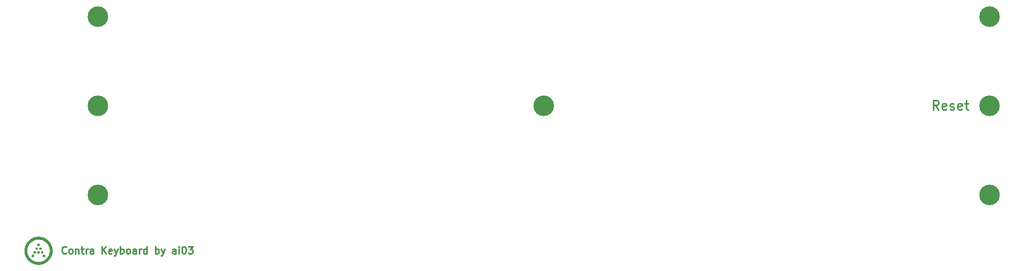
<source format=gts>
G04 #@! TF.GenerationSoftware,KiCad,Pcbnew,(5.0.0)*
G04 #@! TF.CreationDate,2018-11-27T16:52:05-08:00*
G04 #@! TF.ProjectId,ContraBottomPlate,436F6E747261426F74746F6D506C6174,rev?*
G04 #@! TF.SameCoordinates,Original*
G04 #@! TF.FileFunction,Soldermask,Top*
G04 #@! TF.FilePolarity,Negative*
%FSLAX46Y46*%
G04 Gerber Fmt 4.6, Leading zero omitted, Abs format (unit mm)*
G04 Created by KiCad (PCBNEW (5.0.0)) date 11/27/18 16:52:05*
%MOMM*%
%LPD*%
G01*
G04 APERTURE LIST*
%ADD10C,0.300000*%
%ADD11C,0.010000*%
%ADD12C,4.400000*%
G04 APERTURE END LIST*
D10*
X52051785Y-117216964D02*
X51980357Y-117288392D01*
X51766071Y-117359821D01*
X51623214Y-117359821D01*
X51408928Y-117288392D01*
X51266071Y-117145535D01*
X51194642Y-117002678D01*
X51123214Y-116716964D01*
X51123214Y-116502678D01*
X51194642Y-116216964D01*
X51266071Y-116074107D01*
X51408928Y-115931250D01*
X51623214Y-115859821D01*
X51766071Y-115859821D01*
X51980357Y-115931250D01*
X52051785Y-116002678D01*
X52908928Y-117359821D02*
X52766071Y-117288392D01*
X52694642Y-117216964D01*
X52623214Y-117074107D01*
X52623214Y-116645535D01*
X52694642Y-116502678D01*
X52766071Y-116431250D01*
X52908928Y-116359821D01*
X53123214Y-116359821D01*
X53266071Y-116431250D01*
X53337500Y-116502678D01*
X53408928Y-116645535D01*
X53408928Y-117074107D01*
X53337500Y-117216964D01*
X53266071Y-117288392D01*
X53123214Y-117359821D01*
X52908928Y-117359821D01*
X54051785Y-116359821D02*
X54051785Y-117359821D01*
X54051785Y-116502678D02*
X54123214Y-116431250D01*
X54266071Y-116359821D01*
X54480357Y-116359821D01*
X54623214Y-116431250D01*
X54694642Y-116574107D01*
X54694642Y-117359821D01*
X55194642Y-116359821D02*
X55766071Y-116359821D01*
X55408928Y-115859821D02*
X55408928Y-117145535D01*
X55480357Y-117288392D01*
X55623214Y-117359821D01*
X55766071Y-117359821D01*
X56266071Y-117359821D02*
X56266071Y-116359821D01*
X56266071Y-116645535D02*
X56337500Y-116502678D01*
X56408928Y-116431250D01*
X56551785Y-116359821D01*
X56694642Y-116359821D01*
X57837500Y-117359821D02*
X57837500Y-116574107D01*
X57766071Y-116431250D01*
X57623214Y-116359821D01*
X57337500Y-116359821D01*
X57194642Y-116431250D01*
X57837500Y-117288392D02*
X57694642Y-117359821D01*
X57337500Y-117359821D01*
X57194642Y-117288392D01*
X57123214Y-117145535D01*
X57123214Y-117002678D01*
X57194642Y-116859821D01*
X57337500Y-116788392D01*
X57694642Y-116788392D01*
X57837500Y-116716964D01*
X59694642Y-117359821D02*
X59694642Y-115859821D01*
X60551785Y-117359821D02*
X59908928Y-116502678D01*
X60551785Y-115859821D02*
X59694642Y-116716964D01*
X61766071Y-117288392D02*
X61623214Y-117359821D01*
X61337500Y-117359821D01*
X61194642Y-117288392D01*
X61123214Y-117145535D01*
X61123214Y-116574107D01*
X61194642Y-116431250D01*
X61337500Y-116359821D01*
X61623214Y-116359821D01*
X61766071Y-116431250D01*
X61837500Y-116574107D01*
X61837500Y-116716964D01*
X61123214Y-116859821D01*
X62337500Y-116359821D02*
X62694642Y-117359821D01*
X63051785Y-116359821D02*
X62694642Y-117359821D01*
X62551785Y-117716964D01*
X62480357Y-117788392D01*
X62337500Y-117859821D01*
X63623214Y-117359821D02*
X63623214Y-115859821D01*
X63623214Y-116431250D02*
X63766071Y-116359821D01*
X64051785Y-116359821D01*
X64194642Y-116431250D01*
X64266071Y-116502678D01*
X64337500Y-116645535D01*
X64337500Y-117074107D01*
X64266071Y-117216964D01*
X64194642Y-117288392D01*
X64051785Y-117359821D01*
X63766071Y-117359821D01*
X63623214Y-117288392D01*
X65194642Y-117359821D02*
X65051785Y-117288392D01*
X64980357Y-117216964D01*
X64908928Y-117074107D01*
X64908928Y-116645535D01*
X64980357Y-116502678D01*
X65051785Y-116431250D01*
X65194642Y-116359821D01*
X65408928Y-116359821D01*
X65551785Y-116431250D01*
X65623214Y-116502678D01*
X65694642Y-116645535D01*
X65694642Y-117074107D01*
X65623214Y-117216964D01*
X65551785Y-117288392D01*
X65408928Y-117359821D01*
X65194642Y-117359821D01*
X66980357Y-117359821D02*
X66980357Y-116574107D01*
X66908928Y-116431250D01*
X66766071Y-116359821D01*
X66480357Y-116359821D01*
X66337500Y-116431250D01*
X66980357Y-117288392D02*
X66837500Y-117359821D01*
X66480357Y-117359821D01*
X66337500Y-117288392D01*
X66266071Y-117145535D01*
X66266071Y-117002678D01*
X66337500Y-116859821D01*
X66480357Y-116788392D01*
X66837500Y-116788392D01*
X66980357Y-116716964D01*
X67694642Y-117359821D02*
X67694642Y-116359821D01*
X67694642Y-116645535D02*
X67766071Y-116502678D01*
X67837500Y-116431250D01*
X67980357Y-116359821D01*
X68123214Y-116359821D01*
X69266071Y-117359821D02*
X69266071Y-115859821D01*
X69266071Y-117288392D02*
X69123214Y-117359821D01*
X68837500Y-117359821D01*
X68694642Y-117288392D01*
X68623214Y-117216964D01*
X68551785Y-117074107D01*
X68551785Y-116645535D01*
X68623214Y-116502678D01*
X68694642Y-116431250D01*
X68837500Y-116359821D01*
X69123214Y-116359821D01*
X69266071Y-116431250D01*
X71123214Y-117359821D02*
X71123214Y-115859821D01*
X71123214Y-116431250D02*
X71266071Y-116359821D01*
X71551785Y-116359821D01*
X71694642Y-116431250D01*
X71766071Y-116502678D01*
X71837500Y-116645535D01*
X71837500Y-117074107D01*
X71766071Y-117216964D01*
X71694642Y-117288392D01*
X71551785Y-117359821D01*
X71266071Y-117359821D01*
X71123214Y-117288392D01*
X72337500Y-116359821D02*
X72694642Y-117359821D01*
X73051785Y-116359821D02*
X72694642Y-117359821D01*
X72551785Y-117716964D01*
X72480357Y-117788392D01*
X72337500Y-117859821D01*
X75408928Y-117359821D02*
X75408928Y-116574107D01*
X75337500Y-116431250D01*
X75194642Y-116359821D01*
X74908928Y-116359821D01*
X74766071Y-116431250D01*
X75408928Y-117288392D02*
X75266071Y-117359821D01*
X74908928Y-117359821D01*
X74766071Y-117288392D01*
X74694642Y-117145535D01*
X74694642Y-117002678D01*
X74766071Y-116859821D01*
X74908928Y-116788392D01*
X75266071Y-116788392D01*
X75408928Y-116716964D01*
X76123214Y-117359821D02*
X76123214Y-116359821D01*
X76123214Y-115859821D02*
X76051785Y-115931250D01*
X76123214Y-116002678D01*
X76194642Y-115931250D01*
X76123214Y-115859821D01*
X76123214Y-116002678D01*
X77123214Y-115859821D02*
X77266071Y-115859821D01*
X77408928Y-115931250D01*
X77480357Y-116002678D01*
X77551785Y-116145535D01*
X77623214Y-116431250D01*
X77623214Y-116788392D01*
X77551785Y-117074107D01*
X77480357Y-117216964D01*
X77408928Y-117288392D01*
X77266071Y-117359821D01*
X77123214Y-117359821D01*
X76980357Y-117288392D01*
X76908928Y-117216964D01*
X76837500Y-117074107D01*
X76766071Y-116788392D01*
X76766071Y-116431250D01*
X76837500Y-116145535D01*
X76908928Y-116002678D01*
X76980357Y-115931250D01*
X77123214Y-115859821D01*
X78123214Y-115859821D02*
X79051785Y-115859821D01*
X78551785Y-116431250D01*
X78766071Y-116431250D01*
X78908928Y-116502678D01*
X78980357Y-116574107D01*
X79051785Y-116716964D01*
X79051785Y-117074107D01*
X78980357Y-117216964D01*
X78908928Y-117288392D01*
X78766071Y-117359821D01*
X78337500Y-117359821D01*
X78194642Y-117288392D01*
X78123214Y-117216964D01*
X238426934Y-86629761D02*
X237760267Y-85677380D01*
X237284077Y-86629761D02*
X237284077Y-84629761D01*
X238045982Y-84629761D01*
X238236458Y-84725000D01*
X238331696Y-84820238D01*
X238426934Y-85010714D01*
X238426934Y-85296428D01*
X238331696Y-85486904D01*
X238236458Y-85582142D01*
X238045982Y-85677380D01*
X237284077Y-85677380D01*
X240045982Y-86534523D02*
X239855505Y-86629761D01*
X239474553Y-86629761D01*
X239284077Y-86534523D01*
X239188839Y-86344047D01*
X239188839Y-85582142D01*
X239284077Y-85391666D01*
X239474553Y-85296428D01*
X239855505Y-85296428D01*
X240045982Y-85391666D01*
X240141220Y-85582142D01*
X240141220Y-85772619D01*
X239188839Y-85963095D01*
X240903125Y-86534523D02*
X241093601Y-86629761D01*
X241474553Y-86629761D01*
X241665029Y-86534523D01*
X241760267Y-86344047D01*
X241760267Y-86248809D01*
X241665029Y-86058333D01*
X241474553Y-85963095D01*
X241188839Y-85963095D01*
X240998363Y-85867857D01*
X240903125Y-85677380D01*
X240903125Y-85582142D01*
X240998363Y-85391666D01*
X241188839Y-85296428D01*
X241474553Y-85296428D01*
X241665029Y-85391666D01*
X243379315Y-86534523D02*
X243188839Y-86629761D01*
X242807886Y-86629761D01*
X242617410Y-86534523D01*
X242522172Y-86344047D01*
X242522172Y-85582142D01*
X242617410Y-85391666D01*
X242807886Y-85296428D01*
X243188839Y-85296428D01*
X243379315Y-85391666D01*
X243474553Y-85582142D01*
X243474553Y-85772619D01*
X242522172Y-85963095D01*
X244045982Y-85296428D02*
X244807886Y-85296428D01*
X244331696Y-84629761D02*
X244331696Y-86344047D01*
X244426934Y-86534523D01*
X244617410Y-86629761D01*
X244807886Y-86629761D01*
D11*
G04 #@! TO.C,G\002A\002A\002A*
G36*
X46228000Y-115601750D02*
X45823188Y-115601750D01*
X45823188Y-115196938D01*
X46228000Y-115196938D01*
X46228000Y-115601750D01*
X46228000Y-115601750D01*
G37*
X46228000Y-115601750D02*
X45823188Y-115601750D01*
X45823188Y-115196938D01*
X46228000Y-115196938D01*
X46228000Y-115601750D01*
G36*
X46632813Y-116387563D02*
X46228000Y-116387563D01*
X46228000Y-116006563D01*
X46632813Y-116006563D01*
X46632813Y-116387563D01*
X46632813Y-116387563D01*
G37*
X46632813Y-116387563D02*
X46228000Y-116387563D01*
X46228000Y-116006563D01*
X46632813Y-116006563D01*
X46632813Y-116387563D01*
G36*
X45823188Y-116387563D02*
X45442188Y-116387563D01*
X45442188Y-116006563D01*
X45823188Y-116006563D01*
X45823188Y-116387563D01*
X45823188Y-116387563D01*
G37*
X45823188Y-116387563D02*
X45442188Y-116387563D01*
X45442188Y-116006563D01*
X45823188Y-116006563D01*
X45823188Y-116387563D01*
G36*
X47013813Y-117197188D02*
X46632813Y-117197188D01*
X46632813Y-116792375D01*
X47013813Y-116792375D01*
X47013813Y-117197188D01*
X47013813Y-117197188D01*
G37*
X47013813Y-117197188D02*
X46632813Y-117197188D01*
X46632813Y-116792375D01*
X47013813Y-116792375D01*
X47013813Y-117197188D01*
G36*
X46228000Y-117197188D02*
X45823188Y-117197188D01*
X45823188Y-116792375D01*
X46228000Y-116792375D01*
X46228000Y-117197188D01*
X46228000Y-117197188D01*
G37*
X46228000Y-117197188D02*
X45823188Y-117197188D01*
X45823188Y-116792375D01*
X46228000Y-116792375D01*
X46228000Y-117197188D01*
G36*
X45442188Y-117197188D02*
X45037375Y-117197188D01*
X45037375Y-116792375D01*
X45442188Y-116792375D01*
X45442188Y-117197188D01*
X45442188Y-117197188D01*
G37*
X45442188Y-117197188D02*
X45037375Y-117197188D01*
X45037375Y-116792375D01*
X45442188Y-116792375D01*
X45442188Y-117197188D01*
G36*
X47418625Y-117983000D02*
X47013813Y-117983000D01*
X47013813Y-117578188D01*
X47418625Y-117578188D01*
X47418625Y-117983000D01*
X47418625Y-117983000D01*
G37*
X47418625Y-117983000D02*
X47013813Y-117983000D01*
X47013813Y-117578188D01*
X47418625Y-117578188D01*
X47418625Y-117983000D01*
G36*
X45037375Y-117983000D02*
X44632563Y-117983000D01*
X44632563Y-117578188D01*
X45037375Y-117578188D01*
X45037375Y-117983000D01*
X45037375Y-117983000D01*
G37*
X45037375Y-117983000D02*
X44632563Y-117983000D01*
X44632563Y-117578188D01*
X45037375Y-117578188D01*
X45037375Y-117983000D01*
G36*
X46041469Y-113709295D02*
X46165587Y-113710665D01*
X46277299Y-113714822D01*
X46379892Y-113722169D01*
X46476656Y-113733110D01*
X46570878Y-113748048D01*
X46665847Y-113767387D01*
X46764851Y-113791531D01*
X46810130Y-113803668D01*
X47018677Y-113868906D01*
X47220765Y-113948242D01*
X47415628Y-114041278D01*
X47602499Y-114147618D01*
X47780614Y-114266866D01*
X47932760Y-114384867D01*
X48090428Y-114525592D01*
X48237765Y-114677037D01*
X48374086Y-114838135D01*
X48498708Y-115007817D01*
X48610947Y-115185016D01*
X48710120Y-115368666D01*
X48795542Y-115557697D01*
X48866530Y-115751043D01*
X48915284Y-115919053D01*
X48948355Y-116059039D01*
X48973715Y-116190975D01*
X48992107Y-116320247D01*
X49004275Y-116452243D01*
X49010961Y-116592350D01*
X49011614Y-116617750D01*
X49008895Y-116836047D01*
X48990700Y-117050830D01*
X48957035Y-117262071D01*
X48907906Y-117469739D01*
X48843319Y-117673805D01*
X48779122Y-117837737D01*
X48751039Y-117903002D01*
X48726977Y-117957160D01*
X48705108Y-118003863D01*
X48683607Y-118046763D01*
X48660646Y-118089513D01*
X48634400Y-118135765D01*
X48605275Y-118185406D01*
X48486056Y-118371677D01*
X48355952Y-118546403D01*
X48214829Y-118709715D01*
X48062555Y-118861746D01*
X47898997Y-119002630D01*
X47724024Y-119132498D01*
X47541656Y-119249025D01*
X47488827Y-119279994D01*
X47442914Y-119305971D01*
X47400265Y-119328781D01*
X47357228Y-119350251D01*
X47310151Y-119372207D01*
X47255381Y-119396475D01*
X47193987Y-119422872D01*
X47097754Y-119462419D01*
X47009036Y-119495458D01*
X46921922Y-119523945D01*
X46830498Y-119549839D01*
X46747906Y-119570572D01*
X46583390Y-119606126D01*
X46426295Y-119631803D01*
X46272067Y-119648143D01*
X46116149Y-119655686D01*
X46025594Y-119656263D01*
X45974375Y-119655748D01*
X45926254Y-119655043D01*
X45884374Y-119654210D01*
X45851878Y-119653313D01*
X45831910Y-119652415D01*
X45831125Y-119652359D01*
X45614951Y-119628407D01*
X45402194Y-119589420D01*
X45193713Y-119535717D01*
X44990368Y-119467613D01*
X44793016Y-119385426D01*
X44602518Y-119289475D01*
X44419732Y-119180076D01*
X44268776Y-119075046D01*
X44095849Y-118936699D01*
X43935165Y-118788338D01*
X43786951Y-118630289D01*
X43651429Y-118462882D01*
X43528824Y-118286444D01*
X43419361Y-118101302D01*
X43323263Y-117907785D01*
X43240756Y-117706221D01*
X43172063Y-117496938D01*
X43159918Y-117453880D01*
X43133552Y-117352085D01*
X43112167Y-117255761D01*
X43095359Y-117161617D01*
X43082725Y-117066367D01*
X43073860Y-116966720D01*
X43068362Y-116859390D01*
X43065826Y-116741086D01*
X43065545Y-116685219D01*
X43066220Y-116629858D01*
X43598294Y-116629858D01*
X43598397Y-116709996D01*
X43600063Y-116789660D01*
X43603259Y-116864787D01*
X43607956Y-116931310D01*
X43611676Y-116967000D01*
X43643550Y-117164298D01*
X43690201Y-117355913D01*
X43751451Y-117541472D01*
X43827119Y-117720599D01*
X43917027Y-117892919D01*
X44020994Y-118058059D01*
X44138841Y-118215643D01*
X44270388Y-118365297D01*
X44292724Y-118388510D01*
X44426958Y-118515584D01*
X44572660Y-118633520D01*
X44727131Y-118740340D01*
X44887669Y-118834066D01*
X44933458Y-118857754D01*
X45007866Y-118894403D01*
X45073107Y-118924622D01*
X45133604Y-118950190D01*
X45193778Y-118972884D01*
X45258051Y-118994483D01*
X45323125Y-119014477D01*
X45512338Y-119063890D01*
X45698089Y-119098341D01*
X45881827Y-119117964D01*
X46065003Y-119122892D01*
X46249064Y-119113261D01*
X46315606Y-119106281D01*
X46502938Y-119077337D01*
X46682519Y-119035528D01*
X46856857Y-118980104D01*
X47028459Y-118910314D01*
X47125416Y-118864116D01*
X47296048Y-118770697D01*
X47455464Y-118666962D01*
X47604422Y-118552224D01*
X47743679Y-118425800D01*
X47873994Y-118287004D01*
X47996124Y-118135153D01*
X48104392Y-117979509D01*
X48129518Y-117938318D01*
X48158841Y-117886190D01*
X48190541Y-117826746D01*
X48222799Y-117763606D01*
X48253793Y-117700390D01*
X48281706Y-117640717D01*
X48304715Y-117588207D01*
X48318153Y-117554375D01*
X48381020Y-117362834D01*
X48428416Y-117170095D01*
X48460300Y-116976700D01*
X48476630Y-116783190D01*
X48477368Y-116590107D01*
X48462472Y-116397992D01*
X48431902Y-116207386D01*
X48422099Y-116161344D01*
X48388450Y-116025051D01*
X48350142Y-115898868D01*
X48305204Y-115777257D01*
X48251663Y-115654682D01*
X48214004Y-115577208D01*
X48120299Y-115408360D01*
X48013474Y-115247923D01*
X47894298Y-115096618D01*
X47763537Y-114955164D01*
X47621960Y-114824281D01*
X47470334Y-114704690D01*
X47309427Y-114597110D01*
X47140007Y-114502261D01*
X46995825Y-114434730D01*
X46824197Y-114368335D01*
X46651643Y-114316337D01*
X46476156Y-114278328D01*
X46295726Y-114253901D01*
X46108345Y-114242647D01*
X46045438Y-114241757D01*
X45847343Y-114248127D01*
X45655715Y-114268772D01*
X45469781Y-114303923D01*
X45288765Y-114353817D01*
X45111894Y-114418685D01*
X44938394Y-114498763D01*
X44767491Y-114594285D01*
X44666794Y-114658494D01*
X44527361Y-114760022D01*
X44393163Y-114874528D01*
X44265841Y-115000089D01*
X44147035Y-115134781D01*
X44038386Y-115276681D01*
X43941535Y-115423865D01*
X43858122Y-115574411D01*
X43823326Y-115647330D01*
X43761923Y-115792189D01*
X43711692Y-115931428D01*
X43671435Y-116069376D01*
X43639956Y-116210364D01*
X43616056Y-116358721D01*
X43607655Y-116427250D01*
X43602892Y-116484420D01*
X43599782Y-116553311D01*
X43598294Y-116629858D01*
X43066220Y-116629858D01*
X43067290Y-116542223D01*
X43073164Y-116411356D01*
X43083738Y-116289275D01*
X43099585Y-116172635D01*
X43121277Y-116058094D01*
X43149387Y-115942309D01*
X43184486Y-115821937D01*
X43227147Y-115693634D01*
X43242841Y-115649375D01*
X43321226Y-115454656D01*
X43414066Y-115266322D01*
X43521172Y-115084635D01*
X43642352Y-114909858D01*
X43777417Y-114742253D01*
X43926174Y-114582083D01*
X44088433Y-114429610D01*
X44195271Y-114339429D01*
X44281100Y-114273936D01*
X44378639Y-114206610D01*
X44484248Y-114139662D01*
X44594286Y-114075305D01*
X44705113Y-114015750D01*
X44813089Y-113963208D01*
X44819094Y-113960465D01*
X44889054Y-113930592D01*
X44970235Y-113899206D01*
X45058267Y-113867786D01*
X45148779Y-113837812D01*
X45237401Y-113810761D01*
X45319764Y-113788114D01*
X45351650Y-113780221D01*
X45444875Y-113759453D01*
X45533849Y-113742793D01*
X45621853Y-113729902D01*
X45712169Y-113720445D01*
X45808078Y-113714082D01*
X45912860Y-113710478D01*
X46029795Y-113709294D01*
X46041469Y-113709295D01*
X46041469Y-113709295D01*
G37*
X46041469Y-113709295D02*
X46165587Y-113710665D01*
X46277299Y-113714822D01*
X46379892Y-113722169D01*
X46476656Y-113733110D01*
X46570878Y-113748048D01*
X46665847Y-113767387D01*
X46764851Y-113791531D01*
X46810130Y-113803668D01*
X47018677Y-113868906D01*
X47220765Y-113948242D01*
X47415628Y-114041278D01*
X47602499Y-114147618D01*
X47780614Y-114266866D01*
X47932760Y-114384867D01*
X48090428Y-114525592D01*
X48237765Y-114677037D01*
X48374086Y-114838135D01*
X48498708Y-115007817D01*
X48610947Y-115185016D01*
X48710120Y-115368666D01*
X48795542Y-115557697D01*
X48866530Y-115751043D01*
X48915284Y-115919053D01*
X48948355Y-116059039D01*
X48973715Y-116190975D01*
X48992107Y-116320247D01*
X49004275Y-116452243D01*
X49010961Y-116592350D01*
X49011614Y-116617750D01*
X49008895Y-116836047D01*
X48990700Y-117050830D01*
X48957035Y-117262071D01*
X48907906Y-117469739D01*
X48843319Y-117673805D01*
X48779122Y-117837737D01*
X48751039Y-117903002D01*
X48726977Y-117957160D01*
X48705108Y-118003863D01*
X48683607Y-118046763D01*
X48660646Y-118089513D01*
X48634400Y-118135765D01*
X48605275Y-118185406D01*
X48486056Y-118371677D01*
X48355952Y-118546403D01*
X48214829Y-118709715D01*
X48062555Y-118861746D01*
X47898997Y-119002630D01*
X47724024Y-119132498D01*
X47541656Y-119249025D01*
X47488827Y-119279994D01*
X47442914Y-119305971D01*
X47400265Y-119328781D01*
X47357228Y-119350251D01*
X47310151Y-119372207D01*
X47255381Y-119396475D01*
X47193987Y-119422872D01*
X47097754Y-119462419D01*
X47009036Y-119495458D01*
X46921922Y-119523945D01*
X46830498Y-119549839D01*
X46747906Y-119570572D01*
X46583390Y-119606126D01*
X46426295Y-119631803D01*
X46272067Y-119648143D01*
X46116149Y-119655686D01*
X46025594Y-119656263D01*
X45974375Y-119655748D01*
X45926254Y-119655043D01*
X45884374Y-119654210D01*
X45851878Y-119653313D01*
X45831910Y-119652415D01*
X45831125Y-119652359D01*
X45614951Y-119628407D01*
X45402194Y-119589420D01*
X45193713Y-119535717D01*
X44990368Y-119467613D01*
X44793016Y-119385426D01*
X44602518Y-119289475D01*
X44419732Y-119180076D01*
X44268776Y-119075046D01*
X44095849Y-118936699D01*
X43935165Y-118788338D01*
X43786951Y-118630289D01*
X43651429Y-118462882D01*
X43528824Y-118286444D01*
X43419361Y-118101302D01*
X43323263Y-117907785D01*
X43240756Y-117706221D01*
X43172063Y-117496938D01*
X43159918Y-117453880D01*
X43133552Y-117352085D01*
X43112167Y-117255761D01*
X43095359Y-117161617D01*
X43082725Y-117066367D01*
X43073860Y-116966720D01*
X43068362Y-116859390D01*
X43065826Y-116741086D01*
X43065545Y-116685219D01*
X43066220Y-116629858D01*
X43598294Y-116629858D01*
X43598397Y-116709996D01*
X43600063Y-116789660D01*
X43603259Y-116864787D01*
X43607956Y-116931310D01*
X43611676Y-116967000D01*
X43643550Y-117164298D01*
X43690201Y-117355913D01*
X43751451Y-117541472D01*
X43827119Y-117720599D01*
X43917027Y-117892919D01*
X44020994Y-118058059D01*
X44138841Y-118215643D01*
X44270388Y-118365297D01*
X44292724Y-118388510D01*
X44426958Y-118515584D01*
X44572660Y-118633520D01*
X44727131Y-118740340D01*
X44887669Y-118834066D01*
X44933458Y-118857754D01*
X45007866Y-118894403D01*
X45073107Y-118924622D01*
X45133604Y-118950190D01*
X45193778Y-118972884D01*
X45258051Y-118994483D01*
X45323125Y-119014477D01*
X45512338Y-119063890D01*
X45698089Y-119098341D01*
X45881827Y-119117964D01*
X46065003Y-119122892D01*
X46249064Y-119113261D01*
X46315606Y-119106281D01*
X46502938Y-119077337D01*
X46682519Y-119035528D01*
X46856857Y-118980104D01*
X47028459Y-118910314D01*
X47125416Y-118864116D01*
X47296048Y-118770697D01*
X47455464Y-118666962D01*
X47604422Y-118552224D01*
X47743679Y-118425800D01*
X47873994Y-118287004D01*
X47996124Y-118135153D01*
X48104392Y-117979509D01*
X48129518Y-117938318D01*
X48158841Y-117886190D01*
X48190541Y-117826746D01*
X48222799Y-117763606D01*
X48253793Y-117700390D01*
X48281706Y-117640717D01*
X48304715Y-117588207D01*
X48318153Y-117554375D01*
X48381020Y-117362834D01*
X48428416Y-117170095D01*
X48460300Y-116976700D01*
X48476630Y-116783190D01*
X48477368Y-116590107D01*
X48462472Y-116397992D01*
X48431902Y-116207386D01*
X48422099Y-116161344D01*
X48388450Y-116025051D01*
X48350142Y-115898868D01*
X48305204Y-115777257D01*
X48251663Y-115654682D01*
X48214004Y-115577208D01*
X48120299Y-115408360D01*
X48013474Y-115247923D01*
X47894298Y-115096618D01*
X47763537Y-114955164D01*
X47621960Y-114824281D01*
X47470334Y-114704690D01*
X47309427Y-114597110D01*
X47140007Y-114502261D01*
X46995825Y-114434730D01*
X46824197Y-114368335D01*
X46651643Y-114316337D01*
X46476156Y-114278328D01*
X46295726Y-114253901D01*
X46108345Y-114242647D01*
X46045438Y-114241757D01*
X45847343Y-114248127D01*
X45655715Y-114268772D01*
X45469781Y-114303923D01*
X45288765Y-114353817D01*
X45111894Y-114418685D01*
X44938394Y-114498763D01*
X44767491Y-114594285D01*
X44666794Y-114658494D01*
X44527361Y-114760022D01*
X44393163Y-114874528D01*
X44265841Y-115000089D01*
X44147035Y-115134781D01*
X44038386Y-115276681D01*
X43941535Y-115423865D01*
X43858122Y-115574411D01*
X43823326Y-115647330D01*
X43761923Y-115792189D01*
X43711692Y-115931428D01*
X43671435Y-116069376D01*
X43639956Y-116210364D01*
X43616056Y-116358721D01*
X43607655Y-116427250D01*
X43602892Y-116484420D01*
X43599782Y-116553311D01*
X43598294Y-116629858D01*
X43066220Y-116629858D01*
X43067290Y-116542223D01*
X43073164Y-116411356D01*
X43083738Y-116289275D01*
X43099585Y-116172635D01*
X43121277Y-116058094D01*
X43149387Y-115942309D01*
X43184486Y-115821937D01*
X43227147Y-115693634D01*
X43242841Y-115649375D01*
X43321226Y-115454656D01*
X43414066Y-115266322D01*
X43521172Y-115084635D01*
X43642352Y-114909858D01*
X43777417Y-114742253D01*
X43926174Y-114582083D01*
X44088433Y-114429610D01*
X44195271Y-114339429D01*
X44281100Y-114273936D01*
X44378639Y-114206610D01*
X44484248Y-114139662D01*
X44594286Y-114075305D01*
X44705113Y-114015750D01*
X44813089Y-113963208D01*
X44819094Y-113960465D01*
X44889054Y-113930592D01*
X44970235Y-113899206D01*
X45058267Y-113867786D01*
X45148779Y-113837812D01*
X45237401Y-113810761D01*
X45319764Y-113788114D01*
X45351650Y-113780221D01*
X45444875Y-113759453D01*
X45533849Y-113742793D01*
X45621853Y-113729902D01*
X45712169Y-113720445D01*
X45808078Y-113714082D01*
X45912860Y-113710478D01*
X46029795Y-113709294D01*
X46041469Y-113709295D01*
G04 #@! TD*
D12*
G04 #@! TO.C,REF\002A\002A*
X153987500Y-85725000D03*
G04 #@! TD*
G04 #@! TO.C,REF\002A\002A*
X58737500Y-66675000D03*
G04 #@! TD*
G04 #@! TO.C,REF\002A\002A*
X58737500Y-104775000D03*
G04 #@! TD*
G04 #@! TO.C,REF\002A\002A*
X249237500Y-66675000D03*
G04 #@! TD*
G04 #@! TO.C,REF\002A\002A*
X249237500Y-104775000D03*
G04 #@! TD*
G04 #@! TO.C,REF\002A\002A*
X58737500Y-85725000D03*
G04 #@! TD*
G04 #@! TO.C,REF\002A\002A*
X249237500Y-85725000D03*
G04 #@! TD*
M02*

</source>
